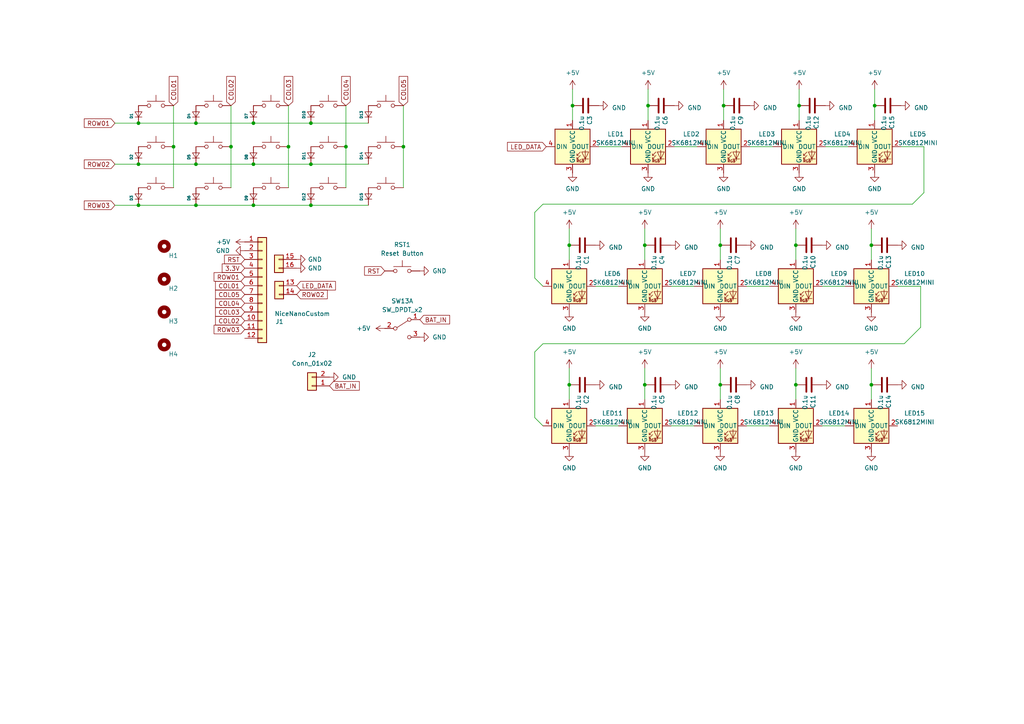
<source format=kicad_sch>
(kicad_sch (version 20230121) (generator eeschema)
  (paper "A4")
  (lib_symbols
    (symbol "Connector_Generic:Conn_01x02" (pin_names (offset 1.016) hide)
      (property "Reference" "J" (at 0 2.54 0))
      (property "Value" "Conn_01x02" (at 0 -5.08 0))
      (symbol "Conn_01x02_1_1"
        (rectangle (start -1.27 -2.413) (end 0 -2.667) (stroke (width 0.1524)))
        (rectangle (start -1.27 0.127) (end 0 -0.127) (stroke (width 0.1524)))
        (rectangle (start -1.27 1.27) (end 1.27 -3.81) (stroke (width 0.254)) (fill (type background)))
        (pin passive line (at -5.08 0 0) (length 3.81) (name "Pin_1") (number "1"))
        (pin passive line (at -5.08 -2.54 0) (length 3.81) (name "Pin_2") (number "2"))
      )
    )
    (symbol "Connector_Generic:Conn_01x12" (pin_names (offset 1.016) hide)
      (property "Reference" "J1" (at 3.81 -10.414 0))
      (property "Value" "NiceNanoCustom" (at 3.556 -8.128 0))
      (symbol "Conn_01x12_0_0"
        (text "" (at 22.5298 1.016 0) (effects (font (size 1.27 1.27))))
        (text "" (at 22.606 -6.604 0) (effects (font (size 1.27 1.27))))
      )
      (symbol "Conn_01x12_1_1"
        (rectangle (start -1.27 -15.113) (end 0 -15.367) (stroke (width 0.1524)))
        (rectangle (start -1.27 -12.573) (end 0 -12.827) (stroke (width 0.1524)))
        (rectangle (start -1.27 -10.033) (end 0 -10.287) (stroke (width 0.1524)))
        (rectangle (start -1.27 -7.493) (end 0 -7.747) (stroke (width 0.1524)))
        (rectangle (start -1.27 -4.953) (end 0 -5.207) (stroke (width 0.1524)))
        (rectangle (start -1.27 -2.413) (end 0 -2.667) (stroke (width 0.1524)))
        (rectangle (start -1.27 0.127) (end 0 -0.127) (stroke (width 0.1524)))
        (rectangle (start -1.27 2.667) (end 0 2.413) (stroke (width 0.1524)))
        (rectangle (start -1.27 5.207) (end 0 4.953) (stroke (width 0.1524)))
        (rectangle (start -1.27 7.747) (end 0 7.493) (stroke (width 0.1524)))
        (rectangle (start -1.27 10.287) (end 0 10.033) (stroke (width 0.1524)))
        (rectangle (start -1.27 12.827) (end 0 12.573) (stroke (width 0.1524)))
        (rectangle (start -1.27 13.97) (end 1.27 -16.51) (stroke (width 0.254)) (fill (type background)))
        (rectangle (start 3.556 8.89) (end 6.096 3.81) (stroke (width 0.254)) (fill (type background)))
        (rectangle (start 3.6322 1.27) (end 6.1722 -3.81) (stroke (width 0.254)) (fill (type background)))
        (rectangle (start 4.826 7.747) (end 6.096 7.493) (stroke (width 0.1524)))
        (rectangle (start 4.9022 0.127) (end 6.1722 -0.127) (stroke (width 0.1524)))
        (rectangle (start 6.096 4.953) (end 4.826 5.207) (stroke (width 0.1524)))
        (rectangle (start 6.1722 -2.667) (end 4.9022 -2.413) (stroke (width 0.1524)))
        (pin passive line (at -5.08 12.7 0) (length 3.81) (name "Pin_1") (number "1"))
        (pin passive line (at -5.08 -10.16 0) (length 3.81) (name "Pin_10") (number "10"))
        (pin passive line (at -5.08 -12.7 0) (length 3.81) (name "Pin_11") (number "11"))
        (pin passive line (at -5.08 -15.24 0) (length 3.81) (name "Pin_12") (number "12"))
        (pin passive line (at 9.9822 0 180) (length 3.81) (name "Pin_13") (number "13"))
        (pin passive line (at 9.9822 -2.54 180) (length 3.81) (name "Pin_14") (number "14"))
        (pin passive line (at 9.906 7.62 180) (length 3.81) (name "Pin_15") (number "15"))
        (pin passive line (at 9.906 5.08 180) (length 3.81) (name "Pin_16") (number "16"))
        (pin passive line (at -5.08 10.16 0) (length 3.81) (name "Pin_2") (number "2"))
        (pin passive line (at -5.08 7.62 0) (length 3.81) (name "Pin_3") (number "3"))
        (pin passive line (at -5.08 5.08 0) (length 3.81) (name "Pin_4") (number "4"))
        (pin passive line (at -5.08 2.54 0) (length 3.81) (name "Pin_5") (number "5"))
        (pin passive line (at -5.08 0 0) (length 3.81) (name "Pin_6") (number "6"))
        (pin passive line (at -5.08 -2.54 0) (length 3.81) (name "Pin_7") (number "7"))
        (pin passive line (at -5.08 -5.08 0) (length 3.81) (name "Pin_8") (number "8"))
        (pin passive line (at -5.08 -7.62 0) (length 3.81) (name "Pin_9") (number "9"))
      )
    )
    (symbol "Device:C" (pin_numbers hide) (pin_names (offset 0.254))
      (property "Reference" "C" (at 0.635 2.54 0))
      (property "Value" "C" (at 0.635 -2.54 0))
      (symbol "C_0_1"
        (polyline (pts (xy -2.032 -0.762) (xy 2.032 -0.762)) (stroke (width 0.508)))
        (polyline (pts (xy -2.032 0.762) (xy 2.032 0.762)) (stroke (width 0.508)))
      )
      (symbol "C_1_1"
        (pin passive line (at 0 3.81 270) (length 2.794) (name "~") (number "1"))
        (pin passive line (at 0 -3.81 90) (length 2.794) (name "~") (number "2"))
      )
    )
    (symbol "Mechanical:MountingHole" (pin_names (offset 1.016))
      (property "Reference" "H" (at 0 5.08 0))
      (property "Value" "MountingHole" (at 0 3.175 0))
      (symbol "MountingHole_0_1"
        (circle (center 0 0) (radius 1.27) (stroke (width 1.27)))
      )
    )
    (symbol "SK6812MINI_2" (pin_names (offset 0.254))
      (property "Reference" "D" (at 5.08 5.715 0))
      (property "Value" "SK6812MINI" (at 1.27 -5.715 0))
      (symbol "SK6812MINI_2_0_0"
        (text "RGB" (at 2.286 -4.191 0) (effects (font (size 0.762 0.762))))
      )
      (symbol "SK6812MINI_2_0_1"
        (polyline (pts (xy 1.27 -3.556) (xy 1.778 -3.556)))
        (polyline (pts (xy 1.27 -2.54) (xy 1.778 -2.54)))
        (polyline (pts (xy 4.699 -3.556) (xy 2.667 -3.556)))
        (polyline (pts (xy 2.286 -2.54) (xy 1.27 -3.556) (xy 1.27 -3.048)))
        (polyline (pts (xy 2.286 -1.524) (xy 1.27 -2.54) (xy 1.27 -2.032)))
        (polyline (pts (xy 3.683 -1.016) (xy 3.683 -3.556) (xy 3.683 -4.064)))
        (polyline (pts (xy 4.699 -1.524) (xy 2.667 -1.524) (xy 3.683 -3.556) (xy 4.699 -1.524)))
        (rectangle (start 5.08 5.08) (end -5.08 -5.08) (stroke (width 0.254)) (fill (type background)))
      )
      (symbol "SK6812MINI_2_1_1"
        (pin power_in line (at 0 7.62 270) (length 2.54) (name "VCC") (number "1"))
        (pin output line (at 7.62 0 180) (length 2.54) (name "DOUT") (number "2"))
        (pin power_out line (at 0 -7.62 90) (length 2.54) (name "GND") (number "3"))
        (pin input line (at -7.62 0 0) (length 2.54) (name "DIN") (number "4"))
      )
    )
    (symbol "Switch:SW_DPDT_x2" (pin_names (offset 0) hide)
      (property "Reference" "SW" (at 0 4.318 0))
      (property "Value" "SW_DPDT_x2" (at 0 -5.08 0))
      (symbol "SW_DPDT_x2_0_0"
        (circle (center -2.032 0) (radius 0.508))
        (circle (center 2.032 -2.54) (radius 0.508))
      )
      (symbol "SW_DPDT_x2_0_1"
        (polyline (pts (xy -1.524 0.254) (xy 1.651 2.286)))
        (circle (center 2.032 2.54) (radius 0.508))
      )
      (symbol "SW_DPDT_x2_1_1"
        (pin passive line (at 5.08 2.54 180) (length 2.54) (name "A") (number "1"))
        (pin passive line (at -5.08 0 0) (length 2.54) (name "B") (number "2"))
        (pin passive line (at 5.08 -2.54 180) (length 2.54) (name "C") (number "3"))
      )
      (symbol "SW_DPDT_x2_2_1"
        (pin passive line (at 5.08 2.54 180) (length 2.54) (name "A") (number "4"))
        (pin passive line (at -5.08 0 0) (length 2.54) (name "B") (number "5"))
        (pin passive line (at 5.08 -2.54 180) (length 2.54) (name "C") (number "6"))
      )
    )
    (symbol "Switch:SW_Push" (pin_numbers hide) (pin_names (offset 1.016) hide)
      (property "Reference" "SW" (at 1.27 2.54 0))
      (property "Value" "SW_Push" (at 0 -1.524 0))
      (symbol "SW_Push_0_1"
        (circle (center -2.032 0) (radius 0.508))
        (polyline (pts (xy 0 1.27) (xy 0 3.048)))
        (polyline (pts (xy 2.54 1.27) (xy -2.54 1.27)))
        (circle (center 2.032 0) (radius 0.508))
        (pin passive line (at -5.08 0 0) (length 2.54) (name "1") (number "1"))
        (pin passive line (at 5.08 0 180) (length 2.54) (name "2") (number "2"))
      )
    )
    (symbol "co60-rescue:D_Small" (pin_numbers hide) (pin_names (offset 0.254) hide)
      (property "Reference" "D" (at -1.27 2.032 0))
      (property "Value" "D_Small" (at -3.81 -2.032 0))
      (symbol "D_Small_0_1"
        (polyline (pts (xy -0.762 -1.016) (xy -0.762 1.016)))
        (polyline (pts (xy -0.762 0) (xy 0.762 0)))
        (polyline (pts (xy 0.762 -1.016) (xy -0.762 0) (xy 0.762 1.016) (xy 0.762 -1.016)))
      )
      (symbol "D_Small_1_1"
        (pin passive line (at -2.54 0 0) (length 1.778) (name "K") (number "1"))
        (pin passive line (at 2.54 0 180) (length 1.778) (name "A") (number "2"))
      )
    )
    (symbol "power:+5V" (power) (pin_names (offset 0))
      (property "Value" "+5V" (at 0 3.556 0))
      (symbol "+5V_0_1"
        (polyline (pts (xy -0.762 1.27) (xy 0 2.54)))
        (polyline (pts (xy 0 0) (xy 0 2.54)))
        (polyline (pts (xy 0 2.54) (xy 0.762 1.27)))
      )
      (symbol "+5V_1_1"
        (pin power_in line (at 0 0 90) (length 0) hide (name "+5V") (number "1"))
      )
    )
    (symbol "power:GND" (power) (pin_names (offset 0))
      (property "Value" "GND" (at 0 -3.81 0))
      (symbol "GND_0_1"
        (polyline (pts (xy 0 0) (xy 0 -1.27) (xy 1.27 -1.27) (xy 0 -2.54) (xy -1.27 -1.27) (xy 0 -1.27)))
      )
      (symbol "GND_1_1"
        (pin power_in line (at 0 0 270) (length 0) hide (name "GND") (number "1"))
      )
    )
  )
  (junction (at 40.1647 47.626))
  (junction (at 66.9938 42.546))
  (junction (at 253.6874 30.6395))
  (junction (at 90.172 59.5325))
  (junction (at 230.8266 111.6037))
  (junction (at 56.8338 47.626))
  (junction (at 252.7344 71.1216))
  (junction (at 187.011 111.6037))
  (junction (at 90.172 35.7195))
  (junction (at 40.1647 35.7195))
  (junction (at 166.0562 30.6395))
  (junction (at 40.1647 59.5325))
  (junction (at 165.1032 111.6037))
  (junction (at 208.9188 111.6037))
  (junction (at 90.172 47.626))
  (junction (at 252.7344 111.6037))
  (junction (at 231.7796 30.6395))
  (junction (at 56.8338 35.7195))
  (junction (at 73.5029 35.7195))
  (junction (at 187.011 71.1216))
  (junction (at 83.6629 42.546))
  (junction (at 117.0011 42.546))
  (junction (at 187.964 30.6395))
  (junction (at 50.3247 42.546))
  (junction (at 56.8338 59.5325))
  (junction (at 209.8718 30.6395))
  (junction (at 208.9188 71.1216))
  (junction (at 165.1032 71.1216))
  (junction (at 73.5029 47.626))
  (junction (at 230.8266 71.1216))
  (junction (at 100.332 42.546))
  (junction (at 73.5029 59.5325))
  (wire (pts (xy 73.5029 47.626) (xy 90.172 47.626)))
  (wire (pts (xy 66.9938 30.6395) (xy 66.9938 42.546)))
  (wire (pts (xy 209.8718 25.8769) (xy 209.8718 30.6395)))
  (wire (pts (xy 209.8718 30.6395) (xy 209.8718 34.926)))
  (wire (pts (xy 66.9938 42.546) (xy 66.9938 54.4525)))
  (wire (pts (xy 187.011 106.8411) (xy 187.011 111.6037)))
  (wire (pts (xy 187.011 66.359) (xy 187.011 71.1216)))
  (wire (pts (xy 100.332 30.6395) (xy 100.332 42.546)))
  (wire (pts (xy 264.6417 59.2151) (xy 157.4832 59.2151)))
  (wire (pts (xy 230.8266 66.359) (xy 230.8266 71.1216)))
  (wire (pts (xy 100.332 42.546) (xy 100.332 54.4525)))
  (wire (pts (xy 155.1019 61.5964) (xy 155.1019 80.6468)))
  (wire (pts (xy 252.7344 66.359) (xy 252.7344 71.1216)))
  (wire (pts (xy 267.9752 42.546) (xy 267.9752 55.8816)))
  (wire (pts (xy 194.631 83.0281) (xy 201.2988 83.0281)))
  (wire (pts (xy 208.9188 66.359) (xy 208.9188 71.1216)))
  (wire (pts (xy 252.7344 106.8411) (xy 252.7344 111.6037)))
  (wire (pts (xy 187.011 71.1216) (xy 187.011 75.4081)))
  (wire (pts (xy 56.8338 35.7195) (xy 73.5029 35.7195)))
  (wire (pts (xy 157.4832 123.5102) (xy 155.1019 121.1289)))
  (wire (pts (xy 267.0222 94.9354) (xy 262.2604 99.6972)))
  (wire (pts (xy 267.0222 83.0281) (xy 267.0222 94.9354)))
  (wire (pts (xy 157.4832 99.6972) (xy 155.1019 102.0785)))
  (wire (pts (xy 238.4466 123.5102) (xy 245.1144 123.5102)))
  (wire (pts (xy 239.3996 42.546) (xy 246.0674 42.546)))
  (wire (pts (xy 216.5388 123.5102) (xy 223.2066 123.5102)))
  (wire (pts (xy 230.8266 106.8411) (xy 230.8266 111.6037)))
  (wire (pts (xy 173.6762 42.546) (xy 180.344 42.546)))
  (wire (pts (xy 253.6874 25.8769) (xy 253.6874 30.6395)))
  (wire (pts (xy 208.9188 111.6037) (xy 208.9188 115.8902)))
  (wire (pts (xy 73.5029 59.5325) (xy 90.172 59.5325)))
  (wire (pts (xy 187.011 111.6037) (xy 187.011 115.8902)))
  (wire (pts (xy 157.4832 59.2151) (xy 155.1019 61.5964)))
  (wire (pts (xy 50.3247 42.546) (xy 50.3247 54.4525)))
  (wire (pts (xy 231.7796 30.6395) (xy 231.7796 34.926)))
  (wire (pts (xy 262.2604 99.6972) (xy 157.4832 99.6972)))
  (wire (pts (xy 252.7344 111.6037) (xy 252.7344 115.8902)))
  (wire (pts (xy 260.3544 83.0281) (xy 267.0222 83.0281)))
  (wire (pts (xy 50.3247 30.6395) (xy 50.3247 42.546)))
  (wire (pts (xy 90.172 35.7195) (xy 106.8411 35.7195)))
  (wire (pts (xy 267.9752 55.8816) (xy 264.6417 59.2151)))
  (wire (pts (xy 253.6874 30.6395) (xy 253.6874 34.926)))
  (wire (pts (xy 40.1647 35.7195) (xy 56.8338 35.7195)))
  (wire (pts (xy 165.1032 106.8411) (xy 165.1032 111.6037)))
  (wire (pts (xy 117.0011 42.546) (xy 117.0011 54.4525)))
  (wire (pts (xy 40.1647 47.626) (xy 56.8338 47.626)))
  (wire (pts (xy 166.0562 25.8769) (xy 166.0562 30.6395)))
  (wire (pts (xy 195.584 42.546) (xy 202.2518 42.546)))
  (wire (pts (xy 238.4466 83.0281) (xy 245.1144 83.0281)))
  (wire (pts (xy 230.8266 71.1216) (xy 230.8266 75.4081)))
  (wire (pts (xy 117.0011 30.6395) (xy 117.0011 42.546)))
  (wire (pts (xy 90.172 59.5325) (xy 106.8411 59.5325)))
  (wire (pts (xy 40.1647 59.5325) (xy 56.8338 59.5325)))
  (wire (pts (xy 165.1032 111.6037) (xy 165.1032 115.8902)))
  (wire (pts (xy 33.3382 47.626) (xy 40.1647 47.626)))
  (wire (pts (xy 208.9188 106.8411) (xy 208.9188 111.6037)))
  (wire (pts (xy 33.3382 35.7195) (xy 40.1647 35.7195)))
  (wire (pts (xy 230.8266 111.6037) (xy 230.8266 115.8902)))
  (wire (pts (xy 155.1019 102.0785) (xy 155.1019 121.1289)))
  (wire (pts (xy 83.6629 30.6395) (xy 83.6629 42.546)))
  (wire (pts (xy 231.7796 25.8769) (xy 231.7796 30.6395)))
  (wire (pts (xy 217.4918 42.546) (xy 224.1596 42.546)))
  (wire (pts (xy 56.8338 59.5325) (xy 73.5029 59.5325)))
  (wire (pts (xy 165.1032 66.359) (xy 165.1032 71.1216)))
  (wire (pts (xy 33.3382 59.5325) (xy 40.1647 59.5325)))
  (wire (pts (xy 56.8338 47.626) (xy 73.5029 47.626)))
  (wire (pts (xy 261.3074 42.546) (xy 267.9752 42.546)))
  (wire (pts (xy 208.9188 71.1216) (xy 208.9188 75.4081)))
  (wire (pts (xy 90.172 47.626) (xy 106.8411 47.626)))
  (wire (pts (xy 252.7344 71.1216) (xy 252.7344 75.4081)))
  (wire (pts (xy 187.964 25.8769) (xy 187.964 30.6395)))
  (wire (pts (xy 194.631 123.5102) (xy 201.2988 123.5102)))
  (wire (pts (xy 165.1032 71.1216) (xy 165.1032 75.4081)))
  (wire (pts (xy 172.7232 83.0281) (xy 179.391 83.0281)))
  (wire (pts (xy 216.5388 83.0281) (xy 223.2066 83.0281)))
  (wire (pts (xy 166.0562 30.6395) (xy 166.0562 34.926)))
  (wire (pts (xy 73.5029 35.7195) (xy 90.172 35.7195)))
  (wire (pts (xy 187.964 30.6395) (xy 187.964 34.926)))
  (wire (pts (xy 155.1019 80.6468) (xy 157.4832 83.0281)))
  (wire (pts (xy 172.7232 123.5102) (xy 179.391 123.5102)))
  (wire (pts (xy 83.6629 42.546) (xy 83.6629 54.4525)))
  (global_label "COL01" (shape input) (at 70.982 82.8694 180) (property "Intersheetrefs" "${INTERSHEET_REFS}" (effects hide)))
  (global_label "RST" (shape input) (at 70.982 75.2494 180) (property "Intersheetrefs" "${INTERSHEET_REFS}" (effects hide)))
  (global_label "LED_DATA" (shape input) (at 158.4362 42.546 180) (property "Intersheetrefs" "${INTERSHEET_REFS}" (effects hide)))
  (global_label "COL04" (shape input) (at 100.332 30.6395 90) (property "Intersheetrefs" "${INTERSHEET_REFS}" (effects hide)))
  (global_label "ROW01" (shape input) (at 33.3382 35.7195 180) (property "Intersheetrefs" "${INTERSHEET_REFS}" (effects hide)))
  (global_label "COL05" (shape input) (at 70.982 85.4094 180) (property "Intersheetrefs" "${INTERSHEET_REFS}" (effects hide)))
  (global_label "COL02" (shape input) (at 66.9938 30.6395 90) (property "Intersheetrefs" "${INTERSHEET_REFS}" (effects hide)))
  (global_label "ROW02" (shape input) (at 86.0442 85.4094 0) (property "Intersheetrefs" "${INTERSHEET_REFS}" (effects hide)))
  (global_label "ROW01" (shape input) (at 70.982 80.3294 180) (property "Intersheetrefs" "${INTERSHEET_REFS}" (effects hide)))
  (global_label "LED_DATA" (shape input) (at 86.0442 82.8694 0) (property "Intersheetrefs" "${INTERSHEET_REFS}" (effects hide)))
  (global_label "ROW03" (shape input) (at 33.3382 59.5325 180) (property "Intersheetrefs" "${INTERSHEET_REFS}" (effects hide)))
  (global_label "COL04" (shape input) (at 70.982 87.9494 180) (property "Intersheetrefs" "${INTERSHEET_REFS}" (effects hide)))
  (global_label "ROW03" (shape input) (at 70.982 95.5694 180) (property "Intersheetrefs" "${INTERSHEET_REFS}" (effects hide)))
  (global_label "3.3V" (shape input) (at 70.982 77.7894 180) (property "Intersheetrefs" "${INTERSHEET_REFS}" (effects hide)))
  (global_label "ROW02" (shape input) (at 33.3382 47.626 180) (property "Intersheetrefs" "${INTERSHEET_REFS}" (effects hide)))
  (global_label "COL05" (shape input) (at 117.0011 30.6395 90) (property "Intersheetrefs" "${INTERSHEET_REFS}" (effects hide)))
  (global_label "RST" (shape input) (at 111.6037 78.5829 180) (property "Intersheetrefs" "${INTERSHEET_REFS}" (effects hide)))
  (global_label "COL02" (shape input) (at 70.982 93.0294 180) (property "Intersheetrefs" "${INTERSHEET_REFS}" (effects hide)))
  (global_label "COL03" (shape input) (at 83.6629 30.6395 90) (property "Intersheetrefs" "${INTERSHEET_REFS}" (effects hide)))
  (global_label "COL01" (shape input) (at 50.3247 30.6395 90) (property "Intersheetrefs" "${INTERSHEET_REFS}" (effects hide)))
  (global_label "BAT_IN" (shape input) (at 95.5694 111.9211 0) (property "Intersheetrefs" "${INTERSHEET_REFS}" (effects hide)))
  (global_label "COL03" (shape input) (at 70.982 90.4894 180) (property "Intersheetrefs" "${INTERSHEET_REFS}" (effects hide)))
  (global_label "BAT_IN" (shape input) (at 121.7637 92.712 0) (property "Intersheetrefs" "${INTERSHEET_REFS}" (effects hide)))
  (symbol (lib_id "power:+5V") (at 253.6874 25.8769 0) (unit 1)
    (property "Reference" "#PWR044" (effects hide))
    (property "Value" "+5V" (at 253.6874 21.1135 0))
  )
  (symbol (lib_name "SK6812MINI_2") (lib_id "LED:SK6812MINI") (at 187.964 42.546 0) (unit 1)
    (property "Reference" "LED2" (at 200.4989 38.8981 0))
    (property "Value" "SK6812MINI" (at 200.4989 41.4381 0))
    (property "Footprint" "Briquet:Led" (effects hide))
    (property "Datasheet" "https://cdn-shop.adafruit.com/product-files/2686/SK6812MINI_REV.01-1-2.pdf" (effects hide))
  )
  (symbol (lib_id "Device:C") (at 234.6366 111.6037 270) (unit 1)
    (property "Reference" "C11" (at 235.805 114.5247 0) (effects (justify left)))
    (property "Value" "0.1u" (at 233.4936 114.5247 0) (effects (justify left)))
    (property "Footprint" "Capacitor_SMD:C_0402_1005Metric" (effects hide))
  )
  (symbol (lib_name "SK6812MINI_2") (lib_id "LED:SK6812MINI") (at 166.0562 42.546 0) (unit 1)
    (property "Reference" "LED1" (at 178.5911 38.8981 0))
    (property "Value" "SK6812MINI" (at 178.5911 41.4381 0))
    (property "Footprint" "Briquet:Led" (effects hide))
    (property "Datasheet" "https://cdn-shop.adafruit.com/product-files/2686/SK6812MINI_REV.01-1-2.pdf" (effects hide))
  )
  (symbol (lib_id "power:+5V") (at 252.7344 106.8411 0) (unit 1)
    (property "Reference" "#PWR042" (effects hide))
    (property "Value" "+5V" (at 252.7344 102.0777 0))
  )
  (symbol (lib_id "Switch:SW_Push") (at 111.9211 54.4525 0) (unit 1)
    (property "Reference" "CHOC15" (effects hide))
    (property "Value" "CHOC" (effects hide))
    (property "Footprint" "Briquet:ChocHotSwap" (effects hide))
  )
  (symbol (lib_id "power:GND") (at 252.7344 131.1302 0) (unit 1)
    (property "Reference" "#PWR043" (effects hide))
    (property "Value" "GND" (at 252.7344 135.7325 0))
  )
  (symbol (lib_id "co60-rescue:D_Small") (at 73.5029 33.1795 90) (unit 1)
    (property "Reference" "D7" (at 71.4709 34.4495 0) (effects (font (size 0.762 0.762)) (justify left)))
    (property "Value" "D_Small" (effects hide))
    (property "Footprint" "Diode_SMD:D_SOD-123" (effects hide))
    (property "Datasheet" "http://www.mccsemi.com/up_pdf/1N4148W(SOD123).pdf" (effects hide))
    (property "Product" "1N4148W-TP" (effects hide))
    (property "Digi-Key_PN" "1N4148WTPMSCT-ND" (effects hide))
    (property "LCSC PN" "C83528" (effects hide))
  )
  (symbol (lib_id "Switch:SW_Push") (at 61.9138 30.6395 0) (unit 1)
    (property "Reference" "CHOC2" (effects hide))
    (property "Value" "CHOC" (effects hide))
    (property "Footprint" "Briquet:ChocHotSwap" (effects hide))
  )
  (symbol (lib_id "power:GND") (at 194.631 71.1216 90) (unit 1)
    (property "Reference" "#PWR019" (effects hide))
    (property "Value" "GND" (at 198.441 71.7566 90) (effects (justify right)))
  )
  (symbol (lib_name "SK6812MINI_2") (lib_id "LED:SK6812MINI") (at 187.011 83.0281 0) (unit 1)
    (property "Reference" "LED7" (at 199.5459 79.3802 0))
    (property "Value" "SK6812MINI" (at 199.5459 81.9202 0))
    (property "Footprint" "Briquet:Led" (effects hide))
    (property "Datasheet" "https://cdn-shop.adafruit.com/product-files/2686/SK6812MINI_REV.01-1-2.pdf" (effects hide))
  )
  (symbol (lib_id "power:+5V") (at 166.0562 25.8769 0) (unit 1)
    (property "Reference" "#PWR08" (effects hide))
    (property "Value" "+5V" (at 166.0562 21.1135 0))
  )
  (symbol (lib_id "power:GND") (at 121.7637 97.792 90) (unit 1)
    (property "Reference" "#PWR01" (effects hide))
    (property "Value" "GND" (at 125.4122 97.792 90) (effects (justify right)))
  )
  (symbol (lib_name "SK6812MINI_2") (lib_id "LED:SK6812MINI") (at 252.7344 83.0281 0) (unit 1)
    (property "Reference" "LED10" (at 265.2693 79.3802 0))
    (property "Value" "SK6812MINI" (at 265.2693 81.9202 0))
    (property "Footprint" "Briquet:Led" (effects hide))
    (property "Datasheet" "https://cdn-shop.adafruit.com/product-files/2686/SK6812MINI_REV.01-1-2.pdf" (effects hide))
  )
  (symbol (lib_id "power:+5V") (at 165.1032 66.359 0) (unit 1)
    (property "Reference" "#PWR04" (effects hide))
    (property "Value" "+5V" (at 165.1032 61.5956 0))
  )
  (symbol (lib_id "power:+5V") (at 209.8718 25.8769 0) (unit 1)
    (property "Reference" "#PWR026" (effects hide))
    (property "Value" "+5V" (at 209.8718 21.1135 0))
  )
  (symbol (lib_id "power:GND") (at 209.8718 50.166 0) (unit 1)
    (property "Reference" "#PWR027" (effects hide))
    (property "Value" "GND" (at 209.8718 54.7683 0))
  )
  (symbol (lib_id "co60-rescue:D_Small") (at 90.172 33.1795 90) (unit 1)
    (property "Reference" "D10" (at 88.14 34.4495 0) (effects (font (size 0.762 0.762)) (justify left)))
    (property "Value" "D_Small" (effects hide))
    (property "Footprint" "Diode_SMD:D_SOD-123" (effects hide))
    (property "Datasheet" "http://www.mccsemi.com/up_pdf/1N4148W(SOD123).pdf" (effects hide))
    (property "Product" "1N4148W-TP" (effects hide))
    (property "Digi-Key_PN" "1N4148WTPMSCT-ND" (effects hide))
    (property "LCSC PN" "C83528" (effects hide))
  )
  (symbol (lib_id "power:GND") (at 238.4466 71.1216 90) (unit 1)
    (property "Reference" "#PWR037" (effects hide))
    (property "Value" "GND" (at 242.2566 71.7566 90) (effects (justify right)))
  )
  (symbol (lib_id "power:GND") (at 230.8266 131.1302 0) (unit 1)
    (property "Reference" "#PWR034" (effects hide))
    (property "Value" "GND" (at 230.8266 135.7325 0))
  )
  (symbol (lib_name "SK6812MINI_2") (lib_id "LED:SK6812MINI") (at 231.7796 42.546 0) (unit 1)
    (property "Reference" "LED4" (at 244.3145 38.8981 0))
    (property "Value" "SK6812MINI" (at 244.3145 41.4381 0))
    (property "Footprint" "Briquet:Led" (effects hide))
    (property "Datasheet" "https://cdn-shop.adafruit.com/product-files/2686/SK6812MINI_REV.01-1-2.pdf" (effects hide))
  )
  (symbol (lib_id "Switch:SW_Push") (at 45.2447 42.546 0) (unit 1)
    (property "Reference" "CHOC6" (effects hide))
    (property "Value" "CHOC" (effects hide))
    (property "Footprint" "Briquet:ChocHotSwap" (effects hide))
  )
  (symbol (lib_name "SK6812MINI_2") (lib_id "LED:SK6812MINI") (at 165.1032 123.5102 0) (unit 1)
    (property "Reference" "LED11" (at 177.6381 119.8623 0))
    (property "Value" "SK6812MINI" (at 177.6381 122.4023 0))
    (property "Footprint" "Briquet:Led" (effects hide))
    (property "Datasheet" "https://cdn-shop.adafruit.com/product-files/2686/SK6812MINI_REV.01-1-2.pdf" (effects hide))
  )
  (symbol (lib_id "power:+5V") (at 187.011 66.359 0) (unit 1)
    (property "Reference" "#PWR013" (effects hide))
    (property "Value" "+5V" (at 187.011 61.5956 0))
  )
  (symbol (lib_id "power:GND") (at 173.6762 30.6395 90) (unit 1)
    (property "Reference" "#PWR012" (effects hide))
    (property "Value" "GND" (at 177.4862 31.2745 90) (effects (justify right)))
  )
  (symbol (lib_id "power:+5V") (at 230.8266 106.8411 0) (unit 1)
    (property "Reference" "#PWR033" (effects hide))
    (property "Value" "+5V" (at 230.8266 102.0777 0))
  )
  (symbol (lib_name "SK6812MINI_2") (lib_id "LED:SK6812MINI") (at 253.6874 42.546 0) (unit 1)
    (property "Reference" "LED5" (at 266.2223 38.8981 0))
    (property "Value" "SK6812MINI" (at 266.2223 41.4381 0))
    (property "Footprint" "Briquet:Led" (effects hide))
    (property "Datasheet" "https://cdn-shop.adafruit.com/product-files/2686/SK6812MINI_REV.01-1-2.pdf" (effects hide))
  )
  (symbol (lib_name "SK6812MINI_2") (lib_id "LED:SK6812MINI") (at 230.8266 123.5102 0) (unit 1)
    (property "Reference" "LED14" (at 243.3615 119.8623 0))
    (property "Value" "SK6812MINI" (at 243.3615 122.4023 0))
    (property "Footprint" "Briquet:Led" (effects hide))
    (property "Datasheet" "https://cdn-shop.adafruit.com/product-files/2686/SK6812MINI_REV.01-1-2.pdf" (effects hide))
  )
  (symbol (lib_id "co60-rescue:D_Small") (at 106.8411 33.1795 90) (unit 1)
    (property "Reference" "D13" (at 104.8091 34.4495 0) (effects (font (size 0.762 0.762)) (justify left)))
    (property "Value" "D_Small" (effects hide))
    (property "Footprint" "Diode_SMD:D_SOD-123" (effects hide))
    (property "Datasheet" "http://www.mccsemi.com/up_pdf/1N4148W(SOD123).pdf" (effects hide))
    (property "Product" "1N4148W-TP" (effects hide))
    (property "Digi-Key_PN" "1N4148WTPMSCT-ND" (effects hide))
    (property "LCSC PN" "C83528" (effects hide))
  )
  (symbol (lib_id "power:GND") (at 239.3996 30.6395 90) (unit 1)
    (property "Reference" "#PWR039" (effects hide))
    (property "Value" "GND" (at 243.2096 31.2745 90) (effects (justify right)))
  )
  (symbol (lib_id "Switch:SW_Push") (at 116.6837 78.5829 0) (unit 1)
    (property "Reference" "RST1" (at 116.6837 70.9609 0))
    (property "Value" "Reset Button" (at 116.6837 73.5009 0))
    (property "Footprint" "Button_Switch_SMD:SW_Push_SPST_NO_Alps_SKRK" (effects hide))
  )
  (symbol (lib_id "Switch:SW_Push") (at 95.252 42.546 0) (unit 1)
    (property "Reference" "CHOC9" (effects hide))
    (property "Value" "CHOC" (effects hide))
    (property "Footprint" "Briquet:ChocHotSwap" (effects hide))
  )
  (symbol (lib_id "power:+5V") (at 70.982 70.1694 90) (unit 1)
    (property "Reference" "#PWR049" (effects hide))
    (property "Value" "+5V" (at 66.853 70.1694 90) (effects (justify left)))
  )
  (symbol (lib_id "power:GND") (at 261.3074 30.6395 90) (unit 1)
    (property "Reference" "#PWR048" (effects hide))
    (property "Value" "GND" (at 265.1174 31.2745 90) (effects (justify right)))
  )
  (symbol (lib_id "Connector_Generic:Conn_01x02") (at 90.4894 111.9211 180) (unit 1)
    (property "Reference" "J2" (at 90.4894 102.87 0))
    (property "Value" "Conn_01x02" (at 90.4894 105.41 0))
    (property "Footprint" "Briquet:BatConnection" (effects hide))
  )
  (symbol (lib_id "Switch:SW_Push") (at 45.2447 54.4525 0) (unit 1)
    (property "Reference" "CHOC11" (effects hide))
    (property "Value" "CHOC" (effects hide))
    (property "Footprint" "Briquet:ChocHotSwap" (effects hide))
  )
  (symbol (lib_id "Switch:SW_Push") (at 78.5829 42.546 0) (unit 1)
    (property "Reference" "CHOC8" (effects hide))
    (property "Value" "CHOC" (effects hide))
    (property "Footprint" "Briquet:ChocHotSwap" (effects hide))
  )
  (symbol (lib_name "SK6812MINI_2") (lib_id "LED:SK6812MINI") (at 230.8266 83.0281 0) (unit 1)
    (property "Reference" "LED9" (at 243.3615 79.3802 0))
    (property "Value" "SK6812MINI" (at 243.3615 81.9202 0))
    (property "Footprint" "Briquet:Led" (effects hide))
    (property "Datasheet" "https://cdn-shop.adafruit.com/product-files/2686/SK6812MINI_REV.01-1-2.pdf" (effects hide))
  )
  (symbol (lib_id "Device:C") (at 256.5444 111.6037 270) (unit 1)
    (property "Reference" "C14" (at 257.7128 114.5247 0) (effects (justify left)))
    (property "Value" "0.1u" (at 255.4014 114.5247 0) (effects (justify left)))
    (property "Footprint" "Capacitor_SMD:C_0402_1005Metric" (effects hide))
  )
  (symbol (lib_id "Connector_Generic:Conn_01x12") (at 76.062 82.8694 0) (unit 1)
    (property "Reference" "J1" (at 79.872 93.2834 0) (effects (justify left)))
    (property "Value" "NiceNanoCustom" (at 79.618 90.9974 0) (effects (justify left)))
    (property "Footprint" "Briquet:NiceNanoCustom" (effects hide))
  )
  (symbol (lib_id "power:GND") (at 238.4466 111.6037 90) (unit 1)
    (property "Reference" "#PWR038" (effects hide))
    (property "Value" "GND" (at 242.2566 112.2387 90) (effects (justify right)))
  )
  (symbol (lib_id "Device:C") (at 168.9132 71.1216 270) (unit 1)
    (property "Reference" "C1" (at 170.0816 74.0426 0) (effects (justify left)))
    (property "Value" "0.1u" (at 167.7702 74.0426 0) (effects (justify left)))
    (property "Footprint" "Capacitor_SMD:C_0402_1005Metric" (effects hide))
  )
  (symbol (lib_id "Device:C") (at 190.821 71.1216 270) (unit 1)
    (property "Reference" "C4" (at 191.9894 74.0426 0) (effects (justify left)))
    (property "Value" "0.1u" (at 189.678 74.0426 0) (effects (justify left)))
    (property "Footprint" "Capacitor_SMD:C_0402_1005Metric" (effects hide))
  )
  (symbol (lib_id "power:+5V") (at 230.8266 66.359 0) (unit 1)
    (property "Reference" "#PWR031" (effects hide))
    (property "Value" "+5V" (at 230.8266 61.5956 0))
  )
  (symbol (lib_id "power:GND") (at 252.7344 90.6481 0) (unit 1)
    (property "Reference" "#PWR041" (effects hide))
    (property "Value" "GND" (at 252.7344 95.2504 0))
  )
  (symbol (lib_id "power:GND") (at 230.8266 90.6481 0) (unit 1)
    (property "Reference" "#PWR032" (effects hide))
    (property "Value" "GND" (at 230.8266 95.2504 0))
  )
  (symbol (lib_id "co60-rescue:D_Small") (at 73.5029 56.9925 90) (unit 1)
    (property "Reference" "D9" (at 71.4709 58.2625 0) (effects (font (size 0.762 0.762)) (justify left)))
    (property "Value" "D_Small" (effects hide))
    (property "Footprint" "Diode_SMD:D_SOD-123" (effects hide))
    (property "Datasheet" "http://www.mccsemi.com/up_pdf/1N4148W(SOD123).pdf" (effects hide))
    (property "Product" "1N4148W-TP" (effects hide))
    (property "Digi-Key_PN" "1N4148WTPMSCT-ND" (effects hide))
    (property "LCSC PN" "C83528" (effects hide))
  )
  (symbol (lib_id "power:GND") (at 208.9188 90.6481 0) (unit 1)
    (property "Reference" "#PWR023" (effects hide))
    (property "Value" "GND" (at 208.9188 95.2504 0))
  )
  (symbol (lib_name "SK6812MINI_2") (lib_id "LED:SK6812MINI") (at 208.9188 83.0281 0) (unit 1)
    (property "Reference" "LED8" (at 221.4537 79.3802 0))
    (property "Value" "SK6812MINI" (at 221.4537 81.9202 0))
    (property "Footprint" "Briquet:Led" (effects hide))
    (property "Datasheet" "https://cdn-shop.adafruit.com/product-files/2686/SK6812MINI_REV.01-1-2.pdf" (effects hide))
  )
  (symbol (lib_id "Switch:SW_Push") (at 95.252 54.4525 0) (unit 1)
    (property "Reference" "CHOC14" (effects hide))
    (property "Value" "CHOC" (effects hide))
    (property "Footprint" "Briquet:ChocHotSwap" (effects hide))
  )
  (symbol (lib_id "power:GND") (at 172.7232 111.6037 90) (unit 1)
    (property "Reference" "#PWR011" (effects hide))
    (property "Value" "GND" (at 176.5332 112.2387 90) (effects (justify right)))
  )
  (symbol (lib_id "Switch:SW_Push") (at 61.9138 42.546 0) (unit 1)
    (property "Reference" "CHOC7" (effects hide))
    (property "Value" "CHOC" (effects hide))
    (property "Footprint" "Briquet:ChocHotSwap" (effects hide))
  )
  (symbol (lib_id "Mechanical:MountingHole") (at 47.626 80.9642 270) (unit 1)
    (property "Reference" "H2" (at 48.896 83.6601 90) (effects (justify left)))
    (property "Value" "MountingHole" (effects hide))
    (property "Footprint" "Briquet:Mount" (effects hide))
  )
  (symbol (lib_id "co60-rescue:D_Small") (at 106.8411 56.9925 90) (unit 1)
    (property "Reference" "D15" (at 104.8091 58.2625 0) (effects (font (size 0.762 0.762)) (justify left)))
    (property "Value" "D_Small" (effects hide))
    (property "Footprint" "Diode_SMD:D_SOD-123" (effects hide))
    (property "Datasheet" "http://www.mccsemi.com/up_pdf/1N4148W(SOD123).pdf" (effects hide))
    (property "Product" "1N4148W-TP" (effects hide))
    (property "Digi-Key_PN" "1N4148WTPMSCT-ND" (effects hide))
    (property "LCSC PN" "C83528" (effects hide))
  )
  (symbol (lib_id "co60-rescue:D_Small") (at 90.172 45.086 90) (unit 1)
    (property "Reference" "D11" (at 88.14 46.356 0) (effects (font (size 0.762 0.762)) (justify left)))
    (property "Value" "D_Small" (effects hide))
    (property "Footprint" "Diode_SMD:D_SOD-123" (effects hide))
    (property "Datasheet" "http://www.mccsemi.com/up_pdf/1N4148W(SOD123).pdf" (effects hide))
    (property "Product" "1N4148W-TP" (effects hide))
    (property "Digi-Key_PN" "1N4148WTPMSCT-ND" (effects hide))
    (property "LCSC PN" "C83528" (effects hide))
  )
  (symbol (lib_id "co60-rescue:D_Small") (at 106.8411 45.086 90) (unit 1)
    (property "Reference" "D14" (at 104.8091 46.356 0) (effects (font (size 0.762 0.762)) (justify left)))
    (property "Value" "D_Small" (effects hide))
    (property "Footprint" "Diode_SMD:D_SOD-123" (effects hide))
    (property "Datasheet" "http://www.mccsemi.com/up_pdf/1N4148W(SOD123).pdf" (effects hide))
    (property "Product" "1N4148W-TP" (effects hide))
    (property "Digi-Key_PN" "1N4148WTPMSCT-ND" (effects hide))
    (property "LCSC PN" "C83528" (effects hide))
  )
  (symbol (lib_name "SK6812MINI_2") (lib_id "LED:SK6812MINI") (at 252.7344 123.5102 0) (unit 1)
    (property "Reference" "LED15" (at 265.2693 119.8623 0))
    (property "Value" "SK6812MINI" (at 265.2693 122.4023 0))
    (property "Footprint" "Briquet:Led" (effects hide))
    (property "Datasheet" "https://cdn-shop.adafruit.com/product-files/2686/SK6812MINI_REV.01-1-2.pdf" (effects hide))
  )
  (symbol (lib_id "power:+5V") (at 231.7796 25.8769 0) (unit 1)
    (property "Reference" "#PWR035" (effects hide))
    (property "Value" "+5V" (at 231.7796 21.1135 0))
  )
  (symbol (lib_id "Device:C") (at 234.6366 71.1216 270) (unit 1)
    (property "Reference" "C10" (at 235.805 74.0426 0) (effects (justify left)))
    (property "Value" "0.1u" (at 233.4936 74.0426 0) (effects (justify left)))
    (property "Footprint" "Capacitor_SMD:C_0402_1005Metric" (effects hide))
  )
  (symbol (lib_id "power:+5V") (at 208.9188 106.8411 0) (unit 1)
    (property "Reference" "#PWR024" (effects hide))
    (property "Value" "+5V" (at 208.9188 102.0777 0))
  )
  (symbol (lib_name "SK6812MINI_2") (lib_id "LED:SK6812MINI") (at 209.8718 42.546 0) (unit 1)
    (property "Reference" "LED3" (at 222.4067 38.8981 0))
    (property "Value" "SK6812MINI" (at 222.4067 41.4381 0))
    (property "Footprint" "Briquet:Led" (effects hide))
    (property "Datasheet" "https://cdn-shop.adafruit.com/product-files/2686/SK6812MINI_REV.01-1-2.pdf" (effects hide))
  )
  (symbol (lib_id "power:GND") (at 166.0562 50.166 0) (unit 1)
    (property "Reference" "#PWR09" (effects hide))
    (property "Value" "GND" (at 166.0562 54.7683 0))
  )
  (symbol (lib_id "Device:C") (at 190.821 111.6037 270) (unit 1)
    (property "Reference" "C5" (at 191.9894 114.5247 0) (effects (justify left)))
    (property "Value" "0.1u" (at 189.678 114.5247 0) (effects (justify left)))
    (property "Footprint" "Capacitor_SMD:C_0402_1005Metric" (effects hide))
  )
  (symbol (lib_id "Switch:SW_Push") (at 111.9211 30.6395 0) (unit 1)
    (property "Reference" "CHOC5" (effects hide))
    (property "Value" "CHOC" (effects hide))
    (property "Footprint" "Briquet:ChocHotSwap" (effects hide))
  )
  (symbol (lib_id "power:+5V") (at 165.1032 106.8411 0) (unit 1)
    (property "Reference" "#PWR06" (effects hide))
    (property "Value" "+5V" (at 165.1032 102.0777 0))
  )
  (symbol (lib_id "power:GND") (at 70.982 72.7094 270) (unit 1)
    (property "Reference" "#PWR02" (effects hide))
    (property "Value" "GND" (at 66.6943 72.7094 90) (effects (justify right)))
  )
  (symbol (lib_id "power:GND") (at 216.5388 71.1216 90) (unit 1)
    (property "Reference" "#PWR028" (effects hide))
    (property "Value" "GND" (at 220.3488 71.7566 90) (effects (justify right)))
  )
  (symbol (lib_id "power:GND") (at 187.011 90.6481 0) (unit 1)
    (property "Reference" "#PWR014" (effects hide))
    (property "Value" "GND" (at 187.011 95.2504 0))
  )
  (symbol (lib_id "power:GND") (at 85.968 75.2494 90) (unit 1)
    (property "Reference" "#PWR051" (effects hide))
    (property "Value" "GND" (at 89.2999 75.2494 90) (effects (justify right)))
  )
  (symbol (lib_id "power:GND") (at 121.7637 78.5829 90) (unit 1)
    (property "Reference" "#PWR050" (effects hide))
    (property "Value" "GND" (at 125.4122 78.5829 90) (effects (justify right)))
  )
  (symbol (lib_name "SK6812MINI_2") (lib_id "LED:SK6812MINI") (at 165.1032 83.0281 0) (unit 1)
    (property "Reference" "LED6" (at 177.6381 79.3802 0))
    (property "Value" "SK6812MINI" (at 177.6381 81.9202 0))
    (property "Footprint" "Briquet:Led" (effects hide))
    (property "Datasheet" "https://cdn-shop.adafruit.com/product-files/2686/SK6812MINI_REV.01-1-2.pdf" (effects hide))
  )
  (symbol (lib_name "SK6812MINI_2") (lib_id "LED:SK6812MINI") (at 208.9188 123.5102 0) (unit 1)
    (property "Reference" "LED13" (at 221.4537 119.8623 0))
    (property "Value" "SK6812MINI" (at 221.4537 122.4023 0))
    (property "Footprint" "Briquet:Led" (effects hide))
    (property "Datasheet" "https://cdn-shop.adafruit.com/product-files/2686/SK6812MINI_REV.01-1-2.pdf" (effects hide))
  )
  (symbol (lib_id "Device:C") (at 169.8662 30.6395 270) (unit 1)
    (property "Reference" "C3" (at 171.0346 33.5605 0) (effects (justify left)))
    (property "Value" "0.1u" (at 168.7232 33.5605 0) (effects (justify left)))
    (property "Footprint" "Capacitor_SMD:C_0402_1005Metric" (effects hide))
  )
  (symbol (lib_id "co60-rescue:D_Small") (at 90.172 56.9925 90) (unit 1)
    (property "Reference" "D12" (at 88.14 58.2625 0) (effects (font (size 0.762 0.762)) (justify left)))
    (property "Value" "D_Small" (effects hide))
    (property "Footprint" "Diode_SMD:D_SOD-123" (effects hide))
    (property "Datasheet" "http://www.mccsemi.com/up_pdf/1N4148W(SOD123).pdf" (effects hide))
    (property "Product" "1N4148W-TP" (effects hide))
    (property "Digi-Key_PN" "1N4148WTPMSCT-ND" (effects hide))
    (property "LCSC PN" "C83528" (effects hide))
  )
  (symbol (lib_id "Switch:SW_Push") (at 45.2447 30.6395 0) (unit 1)
    (property "Reference" "CHOC1" (effects hide))
    (property "Value" "CHOC" (effects hide))
    (property "Footprint" "Briquet:ChocHotSwap" (effects hide))
  )
  (symbol (lib_id "power:GND") (at 85.968 77.7894 90) (unit 1)
    (property "Reference" "#PWR053" (effects hide))
    (property "Value" "GND" (at 89.2999 77.7894 90) (effects (justify right)))
  )
  (symbol (lib_id "power:GND") (at 165.1032 131.1302 0) (unit 1)
    (property "Reference" "#PWR07" (effects hide))
    (property "Value" "GND" (at 165.1032 135.7325 0))
  )
  (symbol (lib_id "power:GND") (at 165.1032 90.6481 0) (unit 1)
    (property "Reference" "#PWR05" (effects hide))
    (property "Value" "GND" (at 165.1032 95.2504 0))
  )
  (symbol (lib_id "Device:C") (at 212.7288 71.1216 270) (unit 1)
    (property "Reference" "C7" (at 213.8972 74.0426 0) (effects (justify left)))
    (property "Value" "0.1u" (at 211.5858 74.0426 0) (effects (justify left)))
    (property "Footprint" "Capacitor_SMD:C_0402_1005Metric" (effects hide))
  )
  (symbol (lib_id "Mechanical:MountingHole") (at 47.626 100.0146 270) (unit 1)
    (property "Reference" "H4" (at 48.896 102.7105 90) (effects (justify left)))
    (property "Value" "MountingHole" (effects hide))
    (property "Footprint" "Briquet:Mount" (effects hide))
  )
  (symbol (lib_id "power:GND") (at 172.7232 71.1216 90) (unit 1)
    (property "Reference" "#PWR010" (effects hide))
    (property "Value" "GND" (at 176.5332 71.7566 90) (effects (justify right)))
  )
  (symbol (lib_id "co60-rescue:D_Small") (at 73.5029 45.086 90) (unit 1)
    (property "Reference" "D8" (at 71.4709 46.356 0) (effects (font (size 0.762 0.762)) (justify left)))
    (property "Value" "D_Small" (effects hide))
    (property "Footprint" "Diode_SMD:D_SOD-123" (effects hide))
    (property "Datasheet" "http://www.mccsemi.com/up_pdf/1N4148W(SOD123).pdf" (effects hide))
    (property "Product" "1N4148W-TP" (effects hide))
    (property "Digi-Key_PN" "1N4148WTPMSCT-ND" (effects hide))
    (property "LCSC PN" "C83528" (effects hide))
  )
  (symbol (lib_id "Switch:SW_Push") (at 95.252 30.6395 0) (unit 1)
    (property "Reference" "CHOC4" (effects hide))
    (property "Value" "CHOC" (effects hide))
    (property "Footprint" "Briquet:ChocHotSwap" (effects hide))
  )
  (symbol (lib_id "Device:C") (at 168.9132 111.6037 270) (unit 1)
    (property "Reference" "C2" (at 170.0816 114.5247 0) (effects (justify left)))
    (property "Value" "0.1u" (at 167.7702 114.5247 0) (effects (justify left)))
    (property "Footprint" "Capacitor_SMD:C_0402_1005Metric" (effects hide))
  )
  (symbol (lib_id "power:GND") (at 216.5388 111.6037 90) (unit 1)
    (property "Reference" "#PWR029" (effects hide))
    (property "Value" "GND" (at 220.3488 112.2387 90) (effects (justify right)))
  )
  (symbol (lib_id "Mechanical:MountingHole") (at 47.626 71.439 270) (unit 1)
    (property "Reference" "H1" (at 48.896 74.1349 90) (effects (justify left)))
    (property "Value" "MountingHole" (effects hide))
    (property "Footprint" "Briquet:Mount" (effects hide))
  )
  (symbol (lib_id "co60-rescue:D_Small") (at 56.8338 45.086 90) (unit 1)
    (property "Reference" "D5" (at 54.8018 46.356 0) (effects (font (size 0.762 0.762)) (justify left)))
    (property "Value" "D_Small" (effects hide))
    (property "Footprint" "Diode_SMD:D_SOD-123" (effects hide))
    (property "Datasheet" "http://www.mccsemi.com/up_pdf/1N4148W(SOD123).pdf" (effects hide))
    (property "Product" "1N4148W-TP" (effects hide))
    (property "Digi-Key_PN" "1N4148WTPMSCT-ND" (effects hide))
    (property "LCSC PN" "C83528" (effects hide))
  )
  (symbol (lib_id "co60-rescue:D_Small") (at 56.8338 56.9925 90) (unit 1)
    (property "Reference" "D6" (at 54.8018 58.2625 0) (effects (font (size 0.762 0.762)) (justify left)))
    (property "Value" "D_Small" (effects hide))
    (property "Footprint" "Diode_SMD:D_SOD-123" (effects hide))
    (property "Datasheet" "http://www.mccsemi.com/up_pdf/1N4148W(SOD123).pdf" (effects hide))
    (property "Product" "1N4148W-TP" (effects hide))
    (property "Digi-Key_PN" "1N4148WTPMSCT-ND" (effects hide))
    (property "LCSC PN" "C83528" (effects hide))
  )
  (symbol (lib_id "Switch:SW_Push") (at 78.5829 30.6395 0) (unit 1)
    (property "Reference" "CHOC3" (effects hide))
    (property "Value" "CHOC" (effects hide))
    (property "Footprint" "Briquet:ChocHotSwap" (effects hide))
  )
  (symbol (lib_id "power:GND") (at 187.011 131.1302 0) (unit 1)
    (property "Reference" "#PWR016" (effects hide))
    (property "Value" "GND" (at 187.011 135.7325 0))
  )
  (symbol (lib_id "power:+5V") (at 252.7344 66.359 0) (unit 1)
    (property "Reference" "#PWR040" (effects hide))
    (property "Value" "+5V" (at 252.7344 61.5956 0))
  )
  (symbol (lib_id "co60-rescue:D_Small") (at 40.1647 56.9925 90) (unit 1)
    (property "Reference" "D3" (at 38.1327 58.2625 0) (effects (font (size 0.762 0.762)) (justify left)))
    (property "Value" "D_Small" (effects hide))
    (property "Footprint" "Diode_SMD:D_SOD-123" (effects hide))
    (property "Datasheet" "http://www.mccsemi.com/up_pdf/1N4148W(SOD123).pdf" (effects hide))
    (property "Product" "1N4148W-TP" (effects hide))
    (property "Digi-Key_PN" "1N4148WTPMSCT-ND" (effects hide))
    (property "LCSC PN" "C83528" (effects hide))
  )
  (symbol (lib_id "power:+5V") (at 111.6037 95.252 90) (unit 1)
    (property "Reference" "#PWR052" (effects hide))
    (property "Value" "+5V" (at 107.4747 95.252 90) (effects (justify left)))
  )
  (symbol (lib_id "power:GND") (at 194.631 111.6037 90) (unit 1)
    (property "Reference" "#PWR020" (effects hide))
    (property "Value" "GND" (at 198.441 112.2387 90) (effects (justify right)))
  )
  (symbol (lib_id "power:+5V") (at 187.964 25.8769 0) (unit 1)
    (property "Reference" "#PWR017" (effects hide))
    (property "Value" "+5V" (at 187.964 21.1135 0))
  )
  (symbol (lib_id "power:+5V") (at 208.9188 66.359 0) (unit 1)
    (property "Reference" "#PWR022" (effects hide))
    (property "Value" "+5V" (at 208.9188 61.5956 0))
  )
  (symbol (lib_id "power:GND") (at 208.9188 131.1302 0) (unit 1)
    (property "Reference" "#PWR025" (effects hide))
    (property "Value" "GND" (at 208.9188 135.7325 0))
  )
  (symbol (lib_id "Device:C") (at 213.6818 30.6395 270) (unit 1)
    (property "Reference" "C9" (at 214.8502 33.5605 0) (effects (justify left)))
    (property "Value" "0.1u" (at 212.5388 33.5605 0) (effects (justify left)))
    (property "Footprint" "Capacitor_SMD:C_0402_1005Metric" (effects hide))
  )
  (symbol (lib_id "Device:C") (at 257.4974 30.6395 270) (unit 1)
    (property "Reference" "C15" (at 258.6658 33.5605 0) (effects (justify left)))
    (property "Value" "0.1u" (at 256.3544 33.5605 0) (effects (justify left)))
    (property "Footprint" "Capacitor_SMD:C_0402_1005Metric" (effects hide))
  )
  (symbol (lib_id "Device:C") (at 256.5444 71.1216 270) (unit 1)
    (property "Reference" "C13" (at 257.7128 74.0426 0) (effects (justify left)))
    (property "Value" "0.1u" (at 255.4014 74.0426 0) (effects (justify left)))
    (property "Footprint" "Capacitor_SMD:C_0402_1005Metric" (effects hide))
  )
  (symbol (lib_id "power:GND") (at 195.584 30.6395 90) (unit 1)
    (property "Reference" "#PWR021" (effects hide))
    (property "Value" "GND" (at 199.394 31.2745 90) (effects (justify right)))
  )
  (symbol (lib_id "co60-rescue:D_Small") (at 56.8338 33.1795 90) (unit 1)
    (property "Reference" "D4" (at 54.8018 34.4495 0) (effects (font (size 0.762 0.762)) (justify left)))
    (property "Value" "D_Small" (effects hide))
    (property "Footprint" "Diode_SMD:D_SOD-123" (effects hide))
    (property "Datasheet" "http://www.mccsemi.com/up_pdf/1N4148W(SOD123).pdf" (effects hide))
    (property "Product" "1N4148W-TP" (effects hide))
    (property "Digi-Key_PN" "1N4148WTPMSCT-ND" (effects hide))
    (property "LCSC PN" "C83528" (effects hide))
  )
  (symbol (lib_id "power:GND") (at 231.7796 50.166 0) (unit 1)
    (property "Reference" "#PWR036" (effects hide))
    (property "Value" "GND" (at 231.7796 54.7683 0))
  )
  (symbol (lib_id "power:GND") (at 260.3544 71.1216 90) (unit 1)
    (property "Reference" "#PWR046" (effects hide))
    (property "Value" "GND" (at 264.1644 71.7566 90) (effects (justify right)))
  )
  (symbol (lib_id "Device:C") (at 191.774 30.6395 270) (unit 1)
    (property "Reference" "C6" (at 192.9424 33.5605 0) (effects (justify left)))
    (property "Value" "0.1u" (at 190.631 33.5605 0) (effects (justify left)))
    (property "Footprint" "Capacitor_SMD:C_0402_1005Metric" (effects hide))
  )
  (symbol (lib_id "power:+5V") (at 187.011 106.8411 0) (unit 1)
    (property "Reference" "#PWR015" (effects hide))
    (property "Value" "+5V" (at 187.011 102.0777 0))
  )
  (symbol (lib_id "Switch:SW_DPDT_x2") (at 116.6837 95.252 0) (unit 1)
    (property "Reference" "SW13" (at 116.6837 87.3126 0))
    (property "Value" "SW_DPDT_x2" (at 116.6837 89.8526 0))
    (property "Footprint" "Briquet:PCM12_dip_switch" (effects hide))
  )
  (symbol (lib_id "Switch:SW_Push") (at 78.5829 54.4525 0) (unit 1)
    (property "Reference" "CHOC13" (effects hide))
    (property "Value" "CHOC" (effects hide))
    (property "Footprint" "Briquet:ChocHotSwap" (effects hide))
  )
  (symbol (lib_id "Switch:SW_Push") (at 111.9211 42.546 0) (unit 1)
    (property "Reference" "CHOC10" (effects hide))
    (property "Value" "CHOC" (effects hide))
    (property "Footprint" "Briquet:ChocHotSwap" (effects hide))
  )
  (symbol (lib_id "power:GND") (at 187.964 50.166 0) (unit 1)
    (property "Reference" "#PWR018" (effects hide))
    (property "Value" "GND" (at 187.964 54.7683 0))
  )
  (symbol (lib_id "power:GND") (at 260.3544 111.6037 90) (unit 1)
    (property "Reference" "#PWR047" (effects hide))
    (property "Value" "GND" (at 264.1644 112.2387 90) (effects (justify right)))
  )
  (symbol (lib_id "Device:C") (at 235.5896 30.6395 270) (unit 1)
    (property "Reference" "C12" (at 236.758 33.5605 0) (effects (justify left)))
    (property "Value" "0.1u" (at 234.4466 33.5605 0) (effects (justify left)))
    (property "Footprint" "Capacitor_SMD:C_0402_1005Metric" (effects hide))
  )
  (symbol (lib_name "SK6812MINI_2") (lib_id "LED:SK6812MINI") (at 187.011 123.5102 0) (unit 1)
    (property "Reference" "LED12" (at 199.5459 119.8623 0))
    (property "Value" "SK6812MINI" (at 199.5459 122.4023 0))
    (property "Footprint" "Briquet:Led" (effects hide))
    (property "Datasheet" "https://cdn-shop.adafruit.com/product-files/2686/SK6812MINI_REV.01-1-2.pdf" (effects hide))
  )
  (symbol (lib_id "co60-rescue:D_Small") (at 40.1647 33.1795 90) (unit 1)
    (property "Reference" "D1" (at 38.1327 34.4495 0) (effects (font (size 0.762 0.762)) (justify left)))
    (property "Value" "D_Small" (effects hide))
    (property "Footprint" "Diode_SMD:D_SOD-123" (effects hide))
    (property "Datasheet" "http://www.mccsemi.com/up_pdf/1N4148W(SOD123).pdf" (effects hide))
    (property "Product" "1N4148W-TP" (effects hide))
    (property "Digi-Key_PN" "1N4148WTPMSCT-ND" (effects hide))
    (property "LCSC PN" "C83528" (effects hide))
  )
  (symbol (lib_id "Mechanical:MountingHole") (at 47.626 90.4894 270) (unit 1)
    (property "Reference" "H3" (at 48.896 93.1853 90) (effects (justify left)))
    (property "Value" "MountingHole" (effects hide))
    (property "Footprint" "Briquet:Mount" (effects hide))
  )
  (symbol (lib_id "power:GND") (at 217.4918 30.6395 90) (unit 1)
    (property "Reference" "#PWR030" (effects hide))
    (property "Value" "GND" (at 221.3018 31.2745 90) (effects (justify right)))
  )
  (symbol (lib_id "Switch:SW_Push") (at 61.9138 54.4525 0) (unit 1)
    (property "Reference" "CHOC12" (effects hide))
    (property "Value" "CHOC" (effects hide))
    (property "Footprint" "Briquet:ChocHotSwap" (effects hide))
  )
  (symbol (lib_id "power:GND") (at 253.6874 50.166 0) (unit 1)
    (property "Reference" "#PWR045" (effects hide))
    (property "Value" "GND" (at 253.6874 54.7683 0))
  )
  (symbol (lib_id "power:GND") (at 95.5694 109.3811 90) (unit 1)
    (property "Reference" "#PWR03" (effects hide))
    (property "Value" "GND" (at 99.2179 109.3811 90) (effects (justify right)))
  )
  (symbol (lib_id "Device:C") (at 212.7288 111.6037 270) (unit 1)
    (property "Reference" "C8" (at 213.8972 114.5247 0) (effects (justify left)))
    (property "Value" "0.1u" (at 211.5858 114.5247 0) (effects (justify left)))
    (property "Footprint" "Capacitor_SMD:C_0402_1005Metric" (effects hide))
  )
  (symbol (lib_id "co60-rescue:D_Small") (at 40.1647 45.086 90) (unit 1)
    (property "Reference" "D2" (at 38.1327 46.356 0) (effects (font (size 0.762 0.762)) (justify left)))
    (property "Value" "D_Small" (effects hide))
    (property "Footprint" "Diode_SMD:D_SOD-123" (effects hide))
    (property "Datasheet" "http://www.mccsemi.com/up_pdf/1N4148W(SOD123).pdf" (effects hide))
    (property "Product" "1N4148W-TP" (effects hide))
    (property "Digi-Key_PN" "1N4148WTPMSCT-ND" (effects hide))
    (property "LCSC PN" "C83528" (effects hide))
  )
)
</source>
